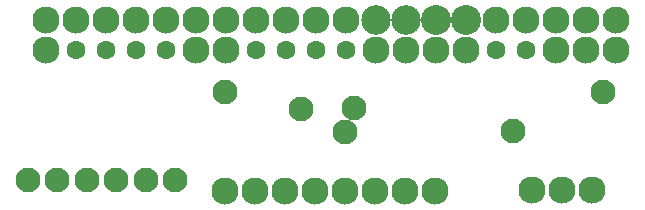
<source format=gbr>
%TF.GenerationSoftware,KiCad,Pcbnew,(5.1.6)-1*%
%TF.CreationDate,2025-02-09T14:16:28-05:00*%
%TF.ProjectId,test_mother_board,74657374-5f6d-46f7-9468-65725f626f61,rev?*%
%TF.SameCoordinates,PX623a7c0PY510ff40*%
%TF.FileFunction,Soldermask,Bot*%
%TF.FilePolarity,Negative*%
%FSLAX46Y46*%
G04 Gerber Fmt 4.6, Leading zero omitted, Abs format (unit mm)*
G04 Created by KiCad (PCBNEW (5.1.6)-1) date 2025-02-09 14:16:28*
%MOMM*%
%LPD*%
G01*
G04 APERTURE LIST*
%ADD10C,2.300000*%
%ADD11C,1.600000*%
%ADD12C,2.540000*%
%ADD13C,2.500000*%
%ADD14C,2.100000*%
G04 APERTURE END LIST*
D10*
%TO.C,REF\u002A\u002A*%
X45220000Y5100000D03*
X47760000Y5100000D03*
X50300000Y5100000D03*
%TD*%
%TO.C,J7*%
X52300000Y19540000D03*
X52300000Y17000000D03*
X49760000Y19540000D03*
X49760000Y17000000D03*
X47220000Y19540000D03*
X47220000Y17000000D03*
X44680000Y19540000D03*
D11*
X44680000Y17000000D03*
D10*
X42140000Y19540000D03*
D11*
X42140000Y17000000D03*
D12*
X39600000Y19540000D03*
D10*
X39600000Y17000000D03*
D12*
X37060000Y19540000D03*
D10*
X37060000Y17000000D03*
D13*
X34520000Y19540000D03*
D10*
X34520000Y17000000D03*
D13*
X31980000Y19540000D03*
D10*
X31980000Y17000000D03*
X29440000Y19540000D03*
D11*
X29440000Y17000000D03*
D10*
X26900000Y19540000D03*
D11*
X26900000Y17000000D03*
D10*
X24360000Y19540000D03*
D11*
X24360000Y17000000D03*
D10*
X21820000Y19540000D03*
D11*
X21820000Y17000000D03*
D10*
X19280000Y19540000D03*
X19280000Y17000000D03*
X16740000Y19540000D03*
X16740000Y17000000D03*
X14200000Y19540000D03*
D11*
X14200000Y17000000D03*
D10*
X11660000Y19540000D03*
D11*
X11660000Y17000000D03*
D10*
X9120000Y19540000D03*
D11*
X9120000Y17000000D03*
D10*
X6580000Y19540000D03*
D11*
X6580000Y17000000D03*
D10*
X4040000Y19540000D03*
X4040000Y17000000D03*
%TD*%
%TO.C,J4*%
X19220000Y5000000D03*
X21760000Y5000000D03*
X24300000Y5000000D03*
X26840000Y5000000D03*
X29380000Y5000000D03*
X31920000Y5000000D03*
X34460000Y5000000D03*
X37000000Y5000000D03*
%TD*%
D14*
X51200000Y13400000D03*
X19200000Y13400000D03*
X43600000Y10100000D03*
X29380000Y10020000D03*
X25600000Y12000000D03*
X30100000Y12100000D03*
X12500000Y6000000D03*
X15000000Y6000000D03*
X10000000Y6000000D03*
X5000000Y6000000D03*
X7500000Y6000000D03*
X2500000Y6000000D03*
M02*

</source>
